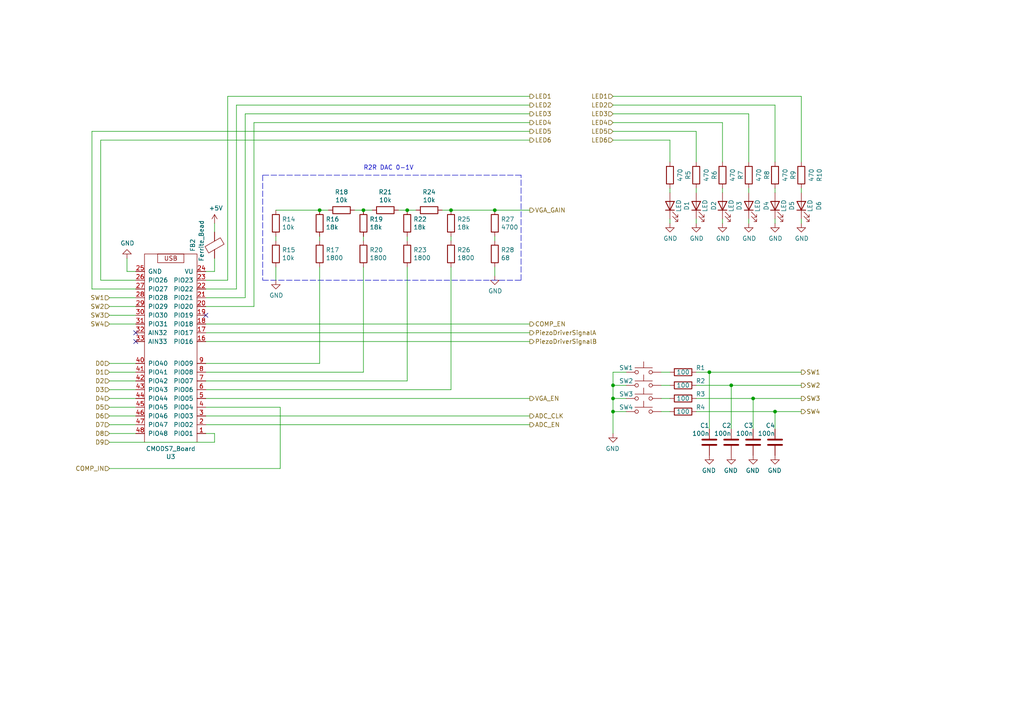
<source format=kicad_sch>
(kicad_sch (version 20211123) (generator eeschema)
  (paper "A4")
  (lib_symbols
    (symbol "Device:C" (pin_numbers hide) (pin_names (offset 0.254))
      (property "Reference" "C" (at 0.635 2.54 0))
      (property "Value" "C" (at 0.635 -2.54 0))
      (symbol "C_0_1"
        (polyline (pts (xy -2.032 -0.762) (xy 2.032 -0.762)) (stroke (width 0.508)))
        (polyline (pts (xy -2.032 0.762) (xy 2.032 0.762)) (stroke (width 0.508)))
      )
      (symbol "C_1_1"
        (pin passive line (at 0 3.81 270) (length 2.794) (name "~") (number "1"))
        (pin passive line (at 0 -3.81 90) (length 2.794) (name "~") (number "2"))
      )
    )
    (symbol "Device:FerriteBead" (pin_numbers hide) (pin_names (offset 0))
      (property "Reference" "FB" (at -3.81 0.635 90))
      (property "Value" "FerriteBead" (at 3.81 0 90))
      (symbol "FerriteBead_0_1"
        (polyline (pts (xy 0 -1.27) (xy 0 -1.2192)))
        (polyline (pts (xy 0 1.27) (xy 0 1.2954)))
        (polyline (pts (xy -2.7686 0.4064) (xy -1.7018 2.2606) (xy 2.7686 -0.3048) (xy 1.6764 -2.159) (xy -2.7686 0.4064)))
      )
      (symbol "FerriteBead_1_1"
        (pin passive line (at 0 3.81 270) (length 2.54) (name "~") (number "1"))
        (pin passive line (at 0 -3.81 90) (length 2.54) (name "~") (number "2"))
      )
    )
    (symbol "Device:LED" (pin_numbers hide) (pin_names (offset 1.016) hide)
      (property "Reference" "D" (at 0 2.54 0))
      (property "Value" "LED" (at 0 -2.54 0))
      (symbol "LED_0_1"
        (polyline (pts (xy -1.27 -1.27) (xy -1.27 1.27)) (stroke (width 0.254)))
        (polyline (pts (xy -1.27 0) (xy 1.27 0)))
        (polyline (pts (xy 1.27 -1.27) (xy 1.27 1.27) (xy -1.27 0) (xy 1.27 -1.27)) (stroke (width 0.254)))
        (polyline (pts (xy -3.048 -0.762) (xy -4.572 -2.286) (xy -3.81 -2.286) (xy -4.572 -2.286) (xy -4.572 -1.524)))
        (polyline (pts (xy -1.778 -0.762) (xy -3.302 -2.286) (xy -2.54 -2.286) (xy -3.302 -2.286) (xy -3.302 -1.524)))
      )
      (symbol "LED_1_1"
        (pin passive line (at -3.81 0 0) (length 2.54) (name "K") (number "1"))
        (pin passive line (at 3.81 0 180) (length 2.54) (name "A") (number "2"))
      )
    )
    (symbol "Device:R" (pin_numbers hide) (pin_names (offset 0))
      (property "Reference" "R" (at 2.032 0 90))
      (property "Value" "R" (at 0 0 90))
      (symbol "R_0_1"
        (rectangle (start -1.016 -2.54) (end 1.016 2.54) (stroke (width 0.254)))
      )
      (symbol "R_1_1"
        (pin passive line (at 0 3.81 270) (length 1.27) (name "~") (number "1"))
        (pin passive line (at 0 -3.81 90) (length 1.27) (name "~") (number "2"))
      )
    )
    (symbol "Switch:SW_Push" (pin_numbers hide) (pin_names (offset 1.016) hide)
      (property "Reference" "SW" (at 1.27 2.54 0))
      (property "Value" "SW_Push" (at 0 -1.524 0))
      (symbol "SW_Push_0_1"
        (circle (center -2.032 0) (radius 0.508))
        (polyline (pts (xy 0 1.27) (xy 0 3.048)))
        (polyline (pts (xy 2.54 1.27) (xy -2.54 1.27)))
        (circle (center 2.032 0) (radius 0.508))
        (pin passive line (at -5.08 0 0) (length 2.54) (name "1") (number "1"))
        (pin passive line (at 5.08 0 180) (length 2.54) (name "2") (number "2"))
      )
    )
    (symbol "UserLibrary:CMODS7_Board-Piezo_New" (pin_names (offset 1.016))
      (property "Reference" "U6" (at 2.54 2.921 0))
      (property "Value" "CMODS7_Board-Piezo_New" (at 2.54 0.6096 0))
      (symbol "CMODS7_Board-Piezo_New_0_0"
        (text "USB" (at 2.54 -54.61 0) (effects (font (size 1.27 1.27))))
      )
      (symbol "CMODS7_Board-Piezo_New_0_1"
        (rectangle (start -5.08 -1.27) (end 10.16 -55.88))
        (rectangle (start -1.27 -55.88) (end 6.35 -53.34))
      )
      (symbol "CMODS7_Board-Piezo_New_1_1"
        (pin bidirectional line (at -7.62 -3.81 0) (length 2.54) (name "PIO01") (number "1"))
        (pin bidirectional line (at -7.62 -30.48 0) (length 2.54) (name "PIO16") (number "16"))
        (pin bidirectional line (at -7.62 -33.02 0) (length 2.54) (name "PIO17") (number "17"))
        (pin bidirectional line (at -7.62 -35.56 0) (length 2.54) (name "PIO18") (number "18"))
        (pin bidirectional line (at -7.62 -38.1 0) (length 2.54) (name "PIO19") (number "19"))
        (pin bidirectional line (at -7.62 -6.35 0) (length 2.54) (name "PIO02") (number "2"))
        (pin bidirectional line (at -7.62 -40.64 0) (length 2.54) (name "PIO20") (number "20"))
        (pin bidirectional line (at -7.62 -43.18 0) (length 2.54) (name "PIO21") (number "21"))
        (pin bidirectional line (at -7.62 -45.72 0) (length 2.54) (name "PIO22") (number "22"))
        (pin bidirectional line (at -7.62 -48.26 0) (length 2.54) (name "PIO23") (number "23"))
        (pin input line (at -7.62 -50.8 0) (length 2.54) (name "VU") (number "24"))
        (pin input line (at 12.7 -50.8 180) (length 2.54) (name "GND") (number "25"))
        (pin bidirectional line (at 12.7 -48.26 180) (length 2.54) (name "PIO26") (number "26"))
        (pin bidirectional line (at 12.7 -45.72 180) (length 2.54) (name "PIO27") (number "27"))
        (pin bidirectional line (at 12.7 -43.18 180) (length 2.54) (name "PIO28") (number "28"))
        (pin bidirectional line (at 12.7 -40.64 180) (length 2.54) (name "PIO29") (number "29"))
        (pin bidirectional line (at -7.62 -8.89 0) (length 2.54) (name "PIO03") (number "3"))
        (pin bidirectional line (at 12.7 -38.1 180) (length 2.54) (name "PIO30") (number "30"))
        (pin bidirectional line (at 12.7 -35.56 180) (length 2.54) (name "PIO31") (number "31"))
        (pin input line (at 12.7 -33.02 180) (length 2.54) (name "AIN32") (number "32"))
        (pin input line (at 12.7 -30.48 180) (length 2.54) (name "AIN33") (number "33"))
        (pin bidirectional line (at -7.62 -11.43 0) (length 2.54) (name "PIO04") (number "4"))
        (pin bidirectional line (at 12.7 -24.13 180) (length 2.54) (name "PIO40") (number "40"))
        (pin bidirectional line (at 12.7 -21.59 180) (length 2.54) (name "PIO41") (number "41"))
        (pin bidirectional line (at 12.7 -19.05 180) (length 2.54) (name "PIO42") (number "42"))
        (pin bidirectional line (at 12.7 -16.51 180) (length 2.54) (name "PIO43") (number "43"))
        (pin bidirectional line (at 12.7 -13.97 180) (length 2.54) (name "PIO44") (number "44"))
        (pin bidirectional line (at 12.7 -11.43 180) (length 2.54) (name "PIO45") (number "45"))
        (pin bidirectional line (at 12.7 -8.89 180) (length 2.54) (name "PIO46") (number "46"))
        (pin bidirectional line (at 12.7 -6.35 180) (length 2.54) (name "PIO47") (number "47"))
        (pin bidirectional line (at 12.7 -3.81 180) (length 2.54) (name "PIO48") (number "48"))
        (pin bidirectional line (at -7.62 -13.97 0) (length 2.54) (name "PIO05") (number "5"))
        (pin bidirectional line (at -7.62 -16.51 0) (length 2.54) (name "PIO06") (number "6"))
        (pin bidirectional line (at -7.62 -19.05 0) (length 2.54) (name "PIO07") (number "7"))
        (pin bidirectional line (at -7.62 -21.59 0) (length 2.54) (name "PIO08") (number "8"))
        (pin bidirectional line (at -7.62 -24.13 0) (length 2.54) (name "PIO09") (number "9"))
      )
    )
    (symbol "power:+5V" (power) (pin_names (offset 0))
      (property "Value" "+5V" (at 0 3.556 0))
      (symbol "+5V_0_1"
        (polyline (pts (xy -0.762 1.27) (xy 0 2.54)))
        (polyline (pts (xy 0 0) (xy 0 2.54)))
        (polyline (pts (xy 0 2.54) (xy 0.762 1.27)))
      )
      (symbol "+5V_1_1"
        (pin power_in line (at 0 0 90) (length 0) hide (name "+5V") (number "1"))
      )
    )
    (symbol "power:GND" (power) (pin_names (offset 0))
      (property "Value" "GND" (at 0 -3.81 0))
      (symbol "GND_0_1"
        (polyline (pts (xy 0 0) (xy 0 -1.27) (xy 1.27 -1.27) (xy 0 -2.54) (xy -1.27 -1.27) (xy 0 -1.27)))
      )
      (symbol "GND_1_1"
        (pin power_in line (at 0 0 270) (length 0) hide (name "GND") (number "1"))
      )
    )
  )
  (junction (at 177.8 119.38))
  (junction (at 130.81 60.96))
  (junction (at 177.8 111.76))
  (junction (at 105.41 60.96))
  (junction (at 177.8 115.57))
  (junction (at 143.51 60.96))
  (junction (at 218.44 115.57))
  (junction (at 205.74 107.95))
  (junction (at 224.79 119.38))
  (junction (at 92.71 60.96))
  (junction (at 118.11 60.96))
  (junction (at 212.09 111.76))
  (no_connect (at 59.69 91.44))
  (no_connect (at 39.37 99.06))
  (no_connect (at 39.37 96.52))
  (wire (pts (xy 105.41 60.96) (xy 107.95 60.96)))
  (wire (pts (xy 92.71 105.41) (xy 59.69 105.41)))
  (wire (pts (xy 105.41 77.47) (xy 105.41 107.95)))
  (wire (pts (xy 194.31 46.99) (xy 194.31 40.64)))
  (wire (pts (xy 59.69 115.57) (xy 153.67 115.57)))
  (wire (pts (xy 80.01 68.58) (xy 80.01 69.85)))
  (wire (pts (xy 232.41 27.94) (xy 232.41 46.99)))
  (wire (pts (xy 212.09 111.76) (xy 212.09 124.46)))
  (wire (pts (xy 31.75 120.65) (xy 39.37 120.65)))
  (wire (pts (xy 224.79 63.5) (xy 224.79 64.77)))
  (wire (pts (xy 80.01 60.96) (xy 92.71 60.96)))
  (wire (pts (xy 224.79 30.48) (xy 224.79 46.99)))
  (polyline (pts (xy 151.13 81.28) (xy 151.13 50.8)))
  (wire (pts (xy 130.81 68.58) (xy 130.81 69.85)))
  (wire (pts (xy 232.41 63.5) (xy 232.41 64.77)))
  (wire (pts (xy 59.69 99.06) (xy 153.67 99.06)))
  (wire (pts (xy 218.44 115.57) (xy 218.44 124.46)))
  (wire (pts (xy 73.66 88.9) (xy 73.66 35.56)))
  (wire (pts (xy 66.04 81.28) (xy 59.69 81.28)))
  (wire (pts (xy 143.51 60.96) (xy 153.67 60.96)))
  (wire (pts (xy 181.61 115.57) (xy 177.8 115.57)))
  (wire (pts (xy 130.81 77.47) (xy 130.81 113.03)))
  (wire (pts (xy 59.69 113.03) (xy 130.81 113.03)))
  (polyline (pts (xy 151.13 50.8) (xy 76.2 50.8)))
  (wire (pts (xy 217.17 54.61) (xy 217.17 55.88)))
  (wire (pts (xy 205.74 124.46) (xy 205.74 107.95)))
  (wire (pts (xy 177.8 115.57) (xy 177.8 119.38)))
  (wire (pts (xy 92.71 77.47) (xy 92.71 105.41)))
  (wire (pts (xy 73.66 35.56) (xy 153.67 35.56)))
  (wire (pts (xy 59.69 123.19) (xy 153.67 123.19)))
  (wire (pts (xy 62.23 64.77) (xy 62.23 67.31)))
  (wire (pts (xy 68.58 30.48) (xy 153.67 30.48)))
  (wire (pts (xy 194.31 54.61) (xy 194.31 55.88)))
  (wire (pts (xy 31.75 110.49) (xy 39.37 110.49)))
  (wire (pts (xy 29.21 81.28) (xy 29.21 40.64)))
  (wire (pts (xy 62.23 78.74) (xy 62.23 74.93)))
  (wire (pts (xy 31.75 128.27) (xy 62.23 128.27)))
  (wire (pts (xy 201.93 46.99) (xy 201.93 38.1)))
  (wire (pts (xy 39.37 83.82) (xy 26.67 83.82)))
  (wire (pts (xy 102.87 60.96) (xy 105.41 60.96)))
  (wire (pts (xy 143.51 69.85) (xy 143.51 68.58)))
  (wire (pts (xy 59.69 110.49) (xy 118.11 110.49)))
  (wire (pts (xy 177.8 107.95) (xy 177.8 111.76)))
  (wire (pts (xy 201.93 115.57) (xy 218.44 115.57)))
  (wire (pts (xy 177.8 38.1) (xy 201.93 38.1)))
  (wire (pts (xy 153.67 93.98) (xy 59.69 93.98)))
  (wire (pts (xy 59.69 107.95) (xy 105.41 107.95)))
  (wire (pts (xy 59.69 88.9) (xy 73.66 88.9)))
  (wire (pts (xy 31.75 93.98) (xy 39.37 93.98)))
  (wire (pts (xy 26.67 38.1) (xy 153.67 38.1)))
  (wire (pts (xy 29.21 40.64) (xy 153.67 40.64)))
  (wire (pts (xy 209.55 35.56) (xy 209.55 46.99)))
  (wire (pts (xy 177.8 111.76) (xy 177.8 115.57)))
  (wire (pts (xy 128.27 60.96) (xy 130.81 60.96)))
  (wire (pts (xy 118.11 77.47) (xy 118.11 110.49)))
  (wire (pts (xy 177.8 35.56) (xy 209.55 35.56)))
  (wire (pts (xy 31.75 88.9) (xy 39.37 88.9)))
  (wire (pts (xy 201.93 63.5) (xy 201.93 64.77)))
  (wire (pts (xy 177.8 30.48) (xy 224.79 30.48)))
  (wire (pts (xy 71.12 33.02) (xy 71.12 86.36)))
  (wire (pts (xy 31.75 105.41) (xy 39.37 105.41)))
  (wire (pts (xy 68.58 30.48) (xy 68.58 83.82)))
  (wire (pts (xy 71.12 33.02) (xy 153.67 33.02)))
  (wire (pts (xy 194.31 115.57) (xy 191.77 115.57)))
  (wire (pts (xy 143.51 80.01) (xy 143.51 77.47)))
  (wire (pts (xy 224.79 54.61) (xy 224.79 55.88)))
  (wire (pts (xy 217.17 33.02) (xy 217.17 46.99)))
  (wire (pts (xy 68.58 83.82) (xy 59.69 83.82)))
  (wire (pts (xy 201.93 111.76) (xy 212.09 111.76)))
  (wire (pts (xy 115.57 60.96) (xy 118.11 60.96)))
  (polyline (pts (xy 76.2 50.8) (xy 76.2 81.28)))
  (wire (pts (xy 31.75 107.95) (xy 39.37 107.95)))
  (wire (pts (xy 212.09 111.76) (xy 232.41 111.76)))
  (wire (pts (xy 194.31 63.5) (xy 194.31 64.77)))
  (wire (pts (xy 177.8 33.02) (xy 217.17 33.02)))
  (wire (pts (xy 81.28 118.11) (xy 59.69 118.11)))
  (wire (pts (xy 31.75 125.73) (xy 39.37 125.73)))
  (wire (pts (xy 201.93 119.38) (xy 224.79 119.38)))
  (wire (pts (xy 177.8 119.38) (xy 177.8 125.73)))
  (wire (pts (xy 209.55 54.61) (xy 209.55 55.88)))
  (wire (pts (xy 81.28 135.89) (xy 81.28 118.11)))
  (wire (pts (xy 181.61 107.95) (xy 177.8 107.95)))
  (wire (pts (xy 153.67 120.65) (xy 59.69 120.65)))
  (wire (pts (xy 26.67 83.82) (xy 26.67 38.1)))
  (wire (pts (xy 80.01 77.47) (xy 80.01 81.28)))
  (wire (pts (xy 232.41 54.61) (xy 232.41 55.88)))
  (wire (pts (xy 177.8 27.94) (xy 232.41 27.94)))
  (wire (pts (xy 181.61 111.76) (xy 177.8 111.76)))
  (wire (pts (xy 218.44 115.57) (xy 232.41 115.57)))
  (wire (pts (xy 39.37 81.28) (xy 29.21 81.28)))
  (wire (pts (xy 194.31 107.95) (xy 191.77 107.95)))
  (wire (pts (xy 224.79 119.38) (xy 224.79 124.46)))
  (wire (pts (xy 62.23 125.73) (xy 59.69 125.73)))
  (wire (pts (xy 217.17 63.5) (xy 217.17 64.77)))
  (polyline (pts (xy 76.2 81.28) (xy 151.13 81.28)))
  (wire (pts (xy 62.23 78.74) (xy 59.69 78.74)))
  (wire (pts (xy 224.79 119.38) (xy 232.41 119.38)))
  (wire (pts (xy 92.71 68.58) (xy 92.71 69.85)))
  (wire (pts (xy 31.75 115.57) (xy 39.37 115.57)))
  (wire (pts (xy 130.81 60.96) (xy 143.51 60.96)))
  (wire (pts (xy 62.23 128.27) (xy 62.23 125.73)))
  (wire (pts (xy 31.75 135.89) (xy 81.28 135.89)))
  (wire (pts (xy 92.71 60.96) (xy 95.25 60.96)))
  (wire (pts (xy 31.75 123.19) (xy 39.37 123.19)))
  (wire (pts (xy 66.04 81.28) (xy 66.04 27.94)))
  (wire (pts (xy 59.69 96.52) (xy 153.67 96.52)))
  (wire (pts (xy 36.83 78.74) (xy 36.83 74.93)))
  (wire (pts (xy 31.75 86.36) (xy 39.37 86.36)))
  (wire (pts (xy 194.31 119.38) (xy 191.77 119.38)))
  (wire (pts (xy 118.11 68.58) (xy 118.11 69.85)))
  (wire (pts (xy 31.75 113.03) (xy 39.37 113.03)))
  (wire (pts (xy 177.8 40.64) (xy 194.31 40.64)))
  (wire (pts (xy 181.61 119.38) (xy 177.8 119.38)))
  (wire (pts (xy 194.31 111.76) (xy 191.77 111.76)))
  (wire (pts (xy 201.93 107.95) (xy 205.74 107.95)))
  (wire (pts (xy 39.37 78.74) (xy 36.83 78.74)))
  (wire (pts (xy 31.75 118.11) (xy 39.37 118.11)))
  (wire (pts (xy 209.55 63.5) (xy 209.55 64.77)))
  (wire (pts (xy 201.93 54.61) (xy 201.93 55.88)))
  (wire (pts (xy 105.41 68.58) (xy 105.41 69.85)))
  (wire (pts (xy 31.75 91.44) (xy 39.37 91.44)))
  (wire (pts (xy 205.74 107.95) (xy 232.41 107.95)))
  (wire (pts (xy 118.11 60.96) (xy 120.65 60.96)))
  (wire (pts (xy 59.69 86.36) (xy 71.12 86.36)))
  (wire (pts (xy 66.04 27.94) (xy 153.67 27.94)))
  (text "R2R DAC 0-1V" (at 105.41 49.53 0) (effects (font (size 1.27 1.27)) (justify left bottom)))
  (hierarchical_label "D6" (shape input) (at 31.75 120.65 180))
  (hierarchical_label "LED2" (shape output) (at 153.67 30.48 0))
  (hierarchical_label "D0" (shape input) (at 31.75 105.41 180))
  (hierarchical_label "LED3" (shape input) (at 177.8 33.02 180))
  (hierarchical_label "D5" (shape input) (at 31.75 118.11 180))
  (hierarchical_label "LED1" (shape output) (at 153.67 27.94 0))
  (hierarchical_label "SW3" (shape output) (at 232.41 115.57 0))
  (hierarchical_label "PiezoDriverSignalA" (shape output) (at 153.67 96.52 0))
  (hierarchical_label "VGA_EN" (shape output) (at 153.67 115.57 0))
  (hierarchical_label "LED6" (shape input) (at 177.8 40.64 180))
  (hierarchical_label "LED5" (shape output) (at 153.67 38.1 0))
  (hierarchical_label "SW2" (shape output) (at 232.41 111.76 0))
  (hierarchical_label "SW1" (shape output) (at 232.41 107.95 0))
  (hierarchical_label "D1" (shape input) (at 31.75 107.95 180))
  (hierarchical_label "SW2" (shape input) (at 31.75 88.9 180))
  (hierarchical_label "D7" (shape input) (at 31.75 123.19 180))
  (hierarchical_label "COMP_EN" (shape output) (at 153.67 93.98 0))
  (hierarchical_label "D9" (shape input) (at 31.75 128.27 180))
  (hierarchical_label "LED1" (shape input) (at 177.8 27.94 180))
  (hierarchical_label "ADC_EN" (shape output) (at 153.67 123.19 0))
  (hierarchical_label "LED6" (shape output) (at 153.67 40.64 0))
  (hierarchical_label "SW3" (shape input) (at 31.75 91.44 180))
  (hierarchical_label "SW4" (shape output) (at 232.41 119.38 0))
  (hierarchical_label "LED4" (shape input) (at 177.8 35.56 180))
  (hierarchical_label "PiezoDriverSignalB" (shape output) (at 153.67 99.06 0))
  (hierarchical_label "D8" (shape input) (at 31.75 125.73 180))
  (hierarchical_label "LED2" (shape input) (at 177.8 30.48 180))
  (hierarchical_label "D3" (shape input) (at 31.75 113.03 180))
  (hierarchical_label "COMP_IN" (shape input) (at 31.75 135.89 180))
  (hierarchical_label "D4" (shape input) (at 31.75 115.57 180))
  (hierarchical_label "SW4" (shape input) (at 31.75 93.98 180))
  (hierarchical_label "VGA_GAIN" (shape output) (at 153.67 60.96 0))
  (hierarchical_label "LED5" (shape input) (at 177.8 38.1 180))
  (hierarchical_label "D2" (shape input) (at 31.75 110.49 180))
  (hierarchical_label "LED4" (shape output) (at 153.67 35.56 0))
  (hierarchical_label "ADC_CLK" (shape output) (at 153.67 120.65 0))
  (hierarchical_label "SW1" (shape input) (at 31.75 86.36 180))
  (hierarchical_label "LED3" (shape output) (at 153.67 33.02 0))
  (symbol (lib_id "Device:LED") (at 217.17 59.69 90) (unit 1)
    (property "Reference" "D4" (at 222.25 59.69 0))
    (property "Value" "LED" (at 219.71 59.69 0))
    (property "Footprint" "LED_SMD:LED_0805_2012Metric_Pad1.15x1.40mm_HandSolder" (effects hide))
  )
  (symbol (lib_id "Switch:SW_Push") (at 186.69 119.38 0) (mirror y) (unit 1)
    (property "Reference" "SW4" (at 181.61 118.11 0))
    (property "Value" "SW_Push" (effects hide))
    (property "Footprint" "Button_Switch_SMD:SW_Push_1P1T_NO_6x6mm_H9.5mm" (effects hide))
  )
  (symbol (lib_id "power:GND") (at 218.44 132.08 0) (mirror y) (unit 1)
    (property "Reference" "#PWR05" (effects hide))
    (property "Value" "GND" (at 218.313 136.4742 0))
  )
  (symbol (lib_id "Device:LED") (at 201.93 59.69 90) (unit 1)
    (property "Reference" "D2" (at 207.01 59.69 0))
    (property "Value" "LED" (at 204.47 59.69 0))
    (property "Footprint" "LED_SMD:LED_0805_2012Metric_Pad1.15x1.40mm_HandSolder" (effects hide))
  )
  (symbol (lib_id "Device:R") (at 111.76 60.96 270) (unit 1)
    (property "Reference" "R21" (at 111.76 55.7022 90))
    (property "Value" "10k" (at 111.76 58.0136 90))
    (property "Footprint" "Resistor_SMD:R_0603_1608Metric_Pad0.98x0.95mm_HandSolder" (effects hide))
  )
  (symbol (lib_id "Device:R") (at 198.12 115.57 90) (mirror x) (unit 1)
    (property "Reference" "R3" (at 203.2 114.3 90))
    (property "Value" "100" (at 198.12 115.57 90))
    (property "Footprint" "Resistor_SMD:R_0603_1608Metric_Pad0.98x0.95mm_HandSolder" (effects hide))
  )
  (symbol (lib_id "power:+5V") (at 62.23 64.77 0) (unit 1)
    (property "Reference" "#PWR038" (effects hide))
    (property "Value" "+5V" (at 62.611 60.3758 0))
  )
  (symbol (lib_id "Device:R") (at 194.31 50.8 180) (unit 1)
    (property "Reference" "R5" (at 199.5678 50.8 90))
    (property "Value" "470" (at 197.2564 50.8 90))
    (property "Footprint" "Resistor_SMD:R_0603_1608Metric_Pad0.98x0.95mm_HandSolder" (effects hide))
  )
  (symbol (lib_id "power:GND") (at 36.83 74.93 0) (mirror x) (unit 1)
    (property "Reference" "#PWR037" (effects hide))
    (property "Value" "GND" (at 36.957 70.5358 0))
  )
  (symbol (lib_id "Device:R") (at 217.17 50.8 180) (unit 1)
    (property "Reference" "R8" (at 222.4278 50.8 90))
    (property "Value" "470" (at 220.1164 50.8 90))
    (property "Footprint" "Resistor_SMD:R_0603_1608Metric_Pad0.98x0.95mm_HandSolder" (effects hide))
  )
  (symbol (lib_id "Device:C") (at 205.74 128.27 0) (mirror y) (unit 1)
    (property "Reference" "C1" (at 205.74 123.4186 0) (effects (justify left)))
    (property "Value" "100n" (at 205.74 125.73 0) (effects (justify left)))
    (property "Footprint" "Capacitor_SMD:C_0603_1608Metric_Pad1.08x0.95mm_HandSolder" (effects hide))
  )
  (symbol (lib_id "power:GND") (at 143.51 80.01 0) (unit 1)
    (property "Reference" "#PWR040" (effects hide))
    (property "Value" "GND" (at 143.637 84.4042 0))
  )
  (symbol (lib_id "Device:R") (at 198.12 119.38 90) (mirror x) (unit 1)
    (property "Reference" "R4" (at 203.2 118.11 90))
    (property "Value" "100" (at 198.12 119.38 90))
    (property "Footprint" "Resistor_SMD:R_0603_1608Metric_Pad0.98x0.95mm_HandSolder" (effects hide))
  )
  (symbol (lib_id "Device:LED") (at 209.55 59.69 90) (unit 1)
    (property "Reference" "D3" (at 214.4014 59.69 0))
    (property "Value" "LED" (at 212.09 59.69 0))
    (property "Footprint" "LED_SMD:LED_0805_2012Metric_Pad1.15x1.40mm_HandSolder" (effects hide))
  )
  (symbol (lib_id "Device:R") (at 143.51 64.77 0) (unit 1)
    (property "Reference" "R27" (at 145.288 63.6016 0) (effects (justify left)))
    (property "Value" "4700" (at 145.288 65.913 0) (effects (justify left)))
    (property "Footprint" "Resistor_SMD:R_0603_1608Metric_Pad0.98x0.95mm_HandSolder" (effects hide))
  )
  (symbol (lib_id "power:GND") (at 217.17 64.77 0) (unit 1)
    (property "Reference" "#PWR010" (effects hide))
    (property "Value" "GND" (at 217.297 69.1642 0))
  )
  (symbol (lib_id "Device:R") (at 198.12 111.76 90) (mirror x) (unit 1)
    (property "Reference" "R2" (at 203.2 110.49 90))
    (property "Value" "100" (at 198.12 111.76 90))
    (property "Footprint" "Resistor_SMD:R_0603_1608Metric_Pad0.98x0.95mm_HandSolder" (effects hide))
  )
  (symbol (lib_id "power:GND") (at 224.79 132.08 0) (mirror y) (unit 1)
    (property "Reference" "#PWR06" (effects hide))
    (property "Value" "GND" (at 224.663 136.4742 0))
  )
  (symbol (lib_id "Device:R") (at 124.46 60.96 270) (unit 1)
    (property "Reference" "R24" (at 124.46 55.7022 90))
    (property "Value" "10k" (at 124.46 58.0136 90))
    (property "Footprint" "Resistor_SMD:R_0603_1608Metric_Pad0.98x0.95mm_HandSolder" (effects hide))
  )
  (symbol (lib_id "Device:R") (at 105.41 73.66 0) (unit 1)
    (property "Reference" "R20" (at 107.188 72.4916 0) (effects (justify left)))
    (property "Value" "1800" (at 107.188 74.803 0) (effects (justify left)))
    (property "Footprint" "Resistor_SMD:R_0603_1608Metric_Pad0.98x0.95mm_HandSolder" (effects hide))
  )
  (symbol (lib_id "Device:R") (at 92.71 73.66 0) (unit 1)
    (property "Reference" "R17" (at 94.488 72.4916 0) (effects (justify left)))
    (property "Value" "1800" (at 94.488 74.803 0) (effects (justify left)))
    (property "Footprint" "Resistor_SMD:R_0603_1608Metric_Pad0.98x0.95mm_HandSolder" (effects hide))
  )
  (symbol (lib_id "Device:R") (at 130.81 73.66 0) (unit 1)
    (property "Reference" "R26" (at 132.588 72.4916 0) (effects (justify left)))
    (property "Value" "1800" (at 132.588 74.803 0) (effects (justify left)))
    (property "Footprint" "Resistor_SMD:R_0603_1608Metric_Pad0.98x0.95mm_HandSolder" (effects hide))
  )
  (symbol (lib_id "Device:LED") (at 232.41 59.69 90) (unit 1)
    (property "Reference" "D6" (at 237.49 59.69 0))
    (property "Value" "LED" (at 234.95 59.69 0))
    (property "Footprint" "LED_SMD:LED_0805_2012Metric_Pad1.15x1.40mm_HandSolder" (effects hide))
  )
  (symbol (lib_id "Device:R") (at 99.06 60.96 270) (unit 1)
    (property "Reference" "R18" (at 99.06 55.7022 90))
    (property "Value" "10k" (at 99.06 58.0136 90))
    (property "Footprint" "Resistor_SMD:R_0603_1608Metric_Pad0.98x0.95mm_HandSolder" (effects hide))
  )
  (symbol (lib_id "Switch:SW_Push") (at 186.69 111.76 0) (mirror y) (unit 1)
    (property "Reference" "SW2" (at 181.61 110.49 0))
    (property "Value" "SW_Push" (effects hide))
    (property "Footprint" "Button_Switch_SMD:SW_Push_1P1T_NO_6x6mm_H9.5mm" (effects hide))
  )
  (symbol (lib_id "power:GND") (at 232.41 64.77 0) (unit 1)
    (property "Reference" "#PWR012" (effects hide))
    (property "Value" "GND" (at 232.537 69.1642 0))
  )
  (symbol (lib_id "power:GND") (at 212.09 132.08 0) (mirror y) (unit 1)
    (property "Reference" "#PWR03" (effects hide))
    (property "Value" "GND" (at 211.963 136.4742 0))
  )
  (symbol (lib_id "Device:C") (at 212.09 128.27 0) (mirror y) (unit 1)
    (property "Reference" "C2" (at 212.09 123.4186 0) (effects (justify left)))
    (property "Value" "100n" (at 212.09 125.73 0) (effects (justify left)))
    (property "Footprint" "Capacitor_SMD:C_0603_1608Metric_Pad1.08x0.95mm_HandSolder" (effects hide))
  )
  (symbol (lib_id "Device:R") (at 209.55 50.8 180) (unit 1)
    (property "Reference" "R7" (at 214.8078 50.8 90))
    (property "Value" "470" (at 212.4964 50.8 90))
    (property "Footprint" "Resistor_SMD:R_0603_1608Metric_Pad0.98x0.95mm_HandSolder" (effects hide))
  )
  (symbol (lib_id "Device:LED") (at 194.31 59.69 90) (unit 1)
    (property "Reference" "D1" (at 199.1614 59.69 0))
    (property "Value" "LED" (at 196.85 59.69 0))
    (property "Footprint" "LED_SMD:LED_0805_2012Metric_Pad1.15x1.40mm_HandSolder" (effects hide))
  )
  (symbol (lib_id "Device:FerriteBead") (at 62.23 71.12 0) (mirror x) (unit 1)
    (property "Reference" "FB2" (at 55.88 71.12 90))
    (property "Value" "Ferrite_Bead" (at 58.42 69.85 90))
    (property "Footprint" "Inductor_SMD:L_0603_1608Metric_Pad1.05x0.95mm_HandSolder" (effects hide))
  )
  (symbol (lib_id "Device:R") (at 232.41 50.8 180) (unit 1)
    (property "Reference" "R10" (at 237.6678 50.8 90))
    (property "Value" "470" (at 235.3564 50.8 90))
    (property "Footprint" "Resistor_SMD:R_0603_1608Metric_Pad0.98x0.95mm_HandSolder" (effects hide))
  )
  (symbol (lib_id "Device:R") (at 198.12 107.95 90) (mirror x) (unit 1)
    (property "Reference" "R1" (at 203.2 106.68 90))
    (property "Value" "100" (at 198.12 107.95 90))
    (property "Footprint" "Resistor_SMD:R_0603_1608Metric_Pad0.98x0.95mm_HandSolder" (effects hide))
  )
  (symbol (lib_id "Device:C") (at 224.79 128.27 0) (mirror y) (unit 1)
    (property "Reference" "C4" (at 224.79 123.4186 0) (effects (justify left)))
    (property "Value" "100n" (at 224.79 125.73 0) (effects (justify left)))
    (property "Footprint" "Capacitor_SMD:C_0603_1608Metric_Pad1.08x0.95mm_HandSolder" (effects hide))
  )
  (symbol (lib_id "Device:R") (at 92.71 64.77 0) (unit 1)
    (property "Reference" "R16" (at 94.488 63.6016 0) (effects (justify left)))
    (property "Value" "18k" (at 94.488 65.913 0) (effects (justify left)))
    (property "Footprint" "Resistor_SMD:R_0603_1608Metric_Pad0.98x0.95mm_HandSolder" (effects hide))
  )
  (symbol (lib_id "Device:R") (at 80.01 64.77 0) (unit 1)
    (property "Reference" "R14" (at 81.788 63.6016 0) (effects (justify left)))
    (property "Value" "10k" (at 81.788 65.913 0) (effects (justify left)))
    (property "Footprint" "Resistor_SMD:R_0603_1608Metric_Pad0.98x0.95mm_HandSolder" (effects hide))
  )
  (symbol (lib_id "power:GND") (at 201.93 64.77 0) (unit 1)
    (property "Reference" "#PWR08" (effects hide))
    (property "Value" "GND" (at 202.057 69.1642 0))
  )
  (symbol (lib_id "Device:R") (at 143.51 73.66 0) (unit 1)
    (property "Reference" "R28" (at 145.288 72.4916 0) (effects (justify left)))
    (property "Value" "68" (at 145.288 74.803 0) (effects (justify left)))
    (property "Footprint" "Resistor_SMD:R_0603_1608Metric_Pad0.98x0.95mm_HandSolder" (effects hide))
  )
  (symbol (lib_id "power:GND") (at 209.55 64.77 0) (unit 1)
    (property "Reference" "#PWR09" (effects hide))
    (property "Value" "GND" (at 209.677 69.1642 0))
  )
  (symbol (lib_id "power:GND") (at 205.74 132.08 0) (mirror y) (unit 1)
    (property "Reference" "#PWR02" (effects hide))
    (property "Value" "GND" (at 205.613 136.4742 0))
  )
  (symbol (lib_id "Switch:SW_Push") (at 186.69 107.95 0) (mirror y) (unit 1)
    (property "Reference" "SW1" (at 181.61 106.68 0))
    (property "Value" "SW_Push" (effects hide))
    (property "Footprint" "Button_Switch_SMD:SW_Push_1P1T_NO_6x6mm_H9.5mm" (effects hide))
  )
  (symbol (lib_id "power:GND") (at 194.31 64.77 0) (unit 1)
    (property "Reference" "#PWR07" (effects hide))
    (property "Value" "GND" (at 194.437 69.1642 0))
  )
  (symbol (lib_id "UserLibrary:CMODS7_Board-Piezo_New") (at 52.07 129.54 180) (unit 1)
    (property "Reference" "U3" (at 49.53 132.461 0))
    (property "Value" "CMODS7_Board" (at 49.53 130.1496 0))
    (property "Footprint" "Package_DIP:DIP-48_W15.24mm_Socket" (effects hide))
  )
  (symbol (lib_id "Device:R") (at 224.79 50.8 180) (unit 1)
    (property "Reference" "R9" (at 230.0478 50.8 90))
    (property "Value" "470" (at 227.7364 50.8 90))
    (property "Footprint" "Resistor_SMD:R_0603_1608Metric_Pad0.98x0.95mm_HandSolder" (effects hide))
  )
  (symbol (lib_id "Device:R") (at 118.11 64.77 0) (unit 1)
    (property "Reference" "R22" (at 119.888 63.6016 0) (effects (justify left)))
    (property "Value" "18k" (at 119.888 65.913 0) (effects (justify left)))
    (property "Footprint" "Resistor_SMD:R_0603_1608Metric_Pad0.98x0.95mm_HandSolder" (effects hide))
  )
  (symbol (lib_id "Device:LED") (at 224.79 59.69 90) (unit 1)
    (property "Reference" "D5" (at 229.6414 59.69 0))
    (property "Value" "LED" (at 227.33 59.69 0))
    (property "Footprint" "LED_SMD:LED_0805_2012Metric_Pad1.15x1.40mm_HandSolder" (effects hide))
  )
  (symbol (lib_id "power:GND") (at 224.79 64.77 0) (unit 1)
    (property "Reference" "#PWR011" (effects hide))
    (property "Value" "GND" (at 224.917 69.1642 0))
  )
  (symbol (lib_id "Device:R") (at 105.41 64.77 0) (unit 1)
    (property "Reference" "R19" (at 107.188 63.6016 0) (effects (justify left)))
    (property "Value" "18k" (at 107.188 65.913 0) (effects (justify left)))
    (property "Footprint" "Resistor_SMD:R_0603_1608Metric_Pad0.98x0.95mm_HandSolder" (effects hide))
  )
  (symbol (lib_id "Device:R") (at 80.01 73.66 0) (unit 1)
    (property "Reference" "R15" (at 81.788 72.4916 0) (effects (justify left)))
    (property "Value" "10k" (at 81.788 74.803 0) (effects (justify left)))
    (property "Footprint" "Resistor_SMD:R_0603_1608Metric_Pad0.98x0.95mm_HandSolder" (effects hide))
  )
  (symbol (lib_id "Switch:SW_Push") (at 186.69 115.57 0) (mirror y) (unit 1)
    (property "Reference" "SW3" (at 181.61 114.3 0))
    (property "Value" "SW_Push" (effects hide))
    (property "Footprint" "Button_Switch_SMD:SW_Push_1P1T_NO_6x6mm_H9.5mm" (effects hide))
  )
  (symbol (lib_id "Device:R") (at 130.81 64.77 0) (unit 1)
    (property "Reference" "R25" (at 132.588 63.6016 0) (effects (justify left)))
    (property "Value" "18k" (at 132.588 65.913 0) (effects (justify left)))
    (property "Footprint" "Resistor_SMD:R_0603_1608Metric_Pad0.98x0.95mm_HandSolder" (effects hide))
  )
  (symbol (lib_id "Device:C") (at 218.44 128.27 0) (mirror y) (unit 1)
    (property "Reference" "C3" (at 218.44 123.4186 0) (effects (justify left)))
    (property "Value" "100n" (at 218.44 125.73 0) (effects (justify left)))
    (property "Footprint" "Capacitor_SMD:C_0603_1608Metric_Pad1.08x0.95mm_HandSolder" (effects hide))
  )
  (symbol (lib_id "power:GND") (at 177.8 125.73 0) (mirror y) (unit 1)
    (property "Reference" "#PWR01" (effects hide))
    (property "Value" "GND" (at 177.673 130.1242 0))
  )
  (symbol (lib_id "Device:R") (at 118.11 73.66 0) (unit 1)
    (property "Reference" "R23" (at 119.888 72.4916 0) (effects (justify left)))
    (property "Value" "1800" (at 119.888 74.803 0) (effects (justify left)))
    (property "Footprint" "Resistor_SMD:R_0603_1608Metric_Pad0.98x0.95mm_HandSolder" (effects hide))
  )
  (symbol (lib_id "Device:R") (at 201.93 50.8 180) (unit 1)
    (property "Reference" "R6" (at 207.1878 50.8 90))
    (property "Value" "470" (at 204.8764 50.8 90))
    (property "Footprint" "Resistor_SMD:R_0603_1608Metric_Pad0.98x0.95mm_HandSolder" (effects hide))
  )
  (symbol (lib_id "power:GND") (at 80.01 81.28 0) (unit 1)
    (property "Reference" "#PWR039" (effects hide))
    (property "Value" "GND" (at 80.137 85.6742 0))
  )
)
</source>
